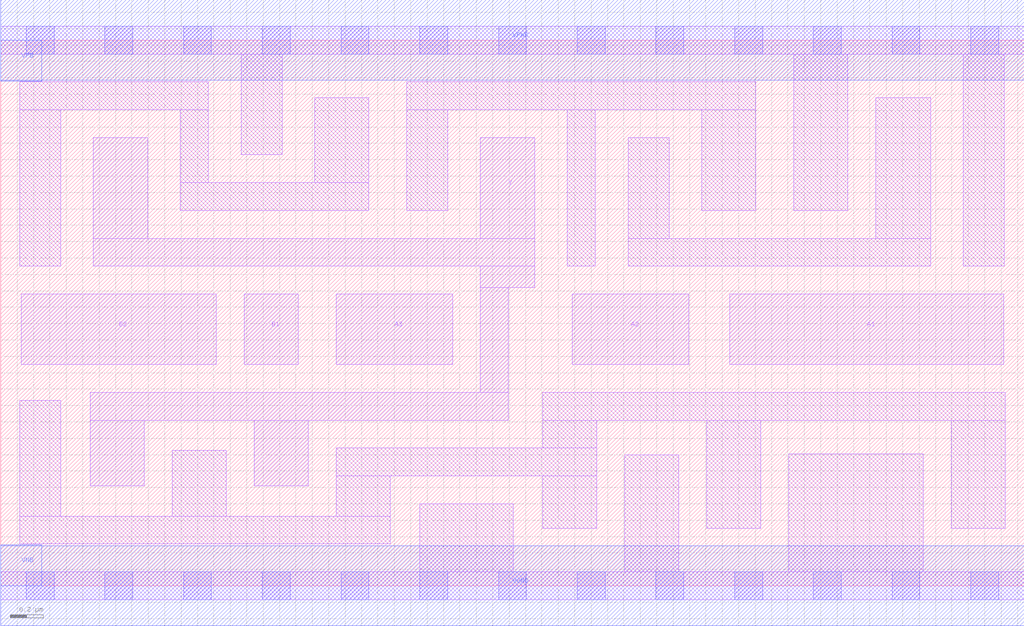
<source format=lef>
# Copyright 2020 The SkyWater PDK Authors
#
# Licensed under the Apache License, Version 2.0 (the "License");
# you may not use this file except in compliance with the License.
# You may obtain a copy of the License at
#
#     https://www.apache.org/licenses/LICENSE-2.0
#
# Unless required by applicable law or agreed to in writing, software
# distributed under the License is distributed on an "AS IS" BASIS,
# WITHOUT WARRANTIES OR CONDITIONS OF ANY KIND, either express or implied.
# See the License for the specific language governing permissions and
# limitations under the License.
#
# SPDX-License-Identifier: Apache-2.0

VERSION 5.5 ;
NAMESCASESENSITIVE ON ;
BUSBITCHARS "[]" ;
DIVIDERCHAR "/" ;
MACRO sky130_fd_sc_ms__o32ai_2
  CLASS CORE ;
  SOURCE USER ;
  ORIGIN  0.000000  0.000000 ;
  SIZE  6.240000 BY  3.330000 ;
  SYMMETRY X Y ;
  SITE unit ;
  PIN A1
    ANTENNAGATEAREA  0.558000 ;
    DIRECTION INPUT ;
    USE SIGNAL ;
    PORT
      LAYER li1 ;
        RECT 4.445000 1.350000 6.115000 1.780000 ;
    END
  END A1
  PIN A2
    ANTENNAGATEAREA  0.558000 ;
    DIRECTION INPUT ;
    USE SIGNAL ;
    PORT
      LAYER li1 ;
        RECT 3.485000 1.350000 4.195000 1.780000 ;
    END
  END A2
  PIN A3
    ANTENNAGATEAREA  0.558000 ;
    DIRECTION INPUT ;
    USE SIGNAL ;
    PORT
      LAYER li1 ;
        RECT 2.045000 1.350000 2.755000 1.780000 ;
    END
  END A3
  PIN B1
    ANTENNAGATEAREA  0.558000 ;
    DIRECTION INPUT ;
    USE SIGNAL ;
    PORT
      LAYER li1 ;
        RECT 1.485000 1.350000 1.815000 1.780000 ;
    END
  END B1
  PIN B2
    ANTENNAGATEAREA  0.558000 ;
    DIRECTION INPUT ;
    USE SIGNAL ;
    PORT
      LAYER li1 ;
        RECT 0.125000 1.350000 1.315000 1.780000 ;
    END
  END B2
  PIN Y
    ANTENNADIFFAREA  1.138200 ;
    DIRECTION OUTPUT ;
    USE SIGNAL ;
    PORT
      LAYER li1 ;
        RECT 0.545000 0.610000 0.875000 1.010000 ;
        RECT 0.545000 1.010000 3.095000 1.180000 ;
        RECT 0.565000 1.950000 3.255000 2.120000 ;
        RECT 0.565000 2.120000 0.895000 2.735000 ;
        RECT 1.545000 0.610000 1.875000 1.010000 ;
        RECT 2.925000 1.180000 3.095000 1.820000 ;
        RECT 2.925000 1.820000 3.255000 1.950000 ;
        RECT 2.925000 2.120000 3.255000 2.735000 ;
    END
  END Y
  PIN VGND
    DIRECTION INOUT ;
    USE GROUND ;
    PORT
      LAYER met1 ;
        RECT 0.000000 -0.245000 6.240000 0.245000 ;
    END
  END VGND
  PIN VNB
    DIRECTION INOUT ;
    USE GROUND ;
    PORT
      LAYER met1 ;
        RECT 0.000000 0.000000 0.250000 0.250000 ;
    END
  END VNB
  PIN VPB
    DIRECTION INOUT ;
    USE POWER ;
    PORT
      LAYER met1 ;
        RECT 0.000000 3.080000 0.250000 3.330000 ;
    END
  END VPB
  PIN VPWR
    DIRECTION INOUT ;
    USE POWER ;
    PORT
      LAYER met1 ;
        RECT 0.000000 3.085000 6.240000 3.575000 ;
    END
  END VPWR
  OBS
    LAYER li1 ;
      RECT 0.000000 -0.085000 6.240000 0.085000 ;
      RECT 0.000000  3.245000 6.240000 3.415000 ;
      RECT 0.115000  0.255000 2.375000 0.425000 ;
      RECT 0.115000  0.425000 0.365000 1.130000 ;
      RECT 0.115000  1.950000 0.365000 2.905000 ;
      RECT 0.115000  2.905000 1.265000 3.075000 ;
      RECT 1.045000  0.425000 1.375000 0.825000 ;
      RECT 1.095000  2.290000 2.245000 2.460000 ;
      RECT 1.095000  2.460000 1.265000 2.905000 ;
      RECT 1.465000  2.630000 1.715000 3.245000 ;
      RECT 1.915000  2.460000 2.245000 2.980000 ;
      RECT 2.045000  0.425000 2.375000 0.670000 ;
      RECT 2.045000  0.670000 3.635000 0.840000 ;
      RECT 2.475000  2.290000 2.725000 2.905000 ;
      RECT 2.475000  2.905000 4.605000 3.075000 ;
      RECT 2.555000  0.085000 3.125000 0.500000 ;
      RECT 3.305000  0.350000 3.635000 0.670000 ;
      RECT 3.305000  0.840000 3.635000 1.010000 ;
      RECT 3.305000  1.010000 6.125000 1.180000 ;
      RECT 3.455000  1.950000 3.625000 2.905000 ;
      RECT 3.805000  0.085000 4.135000 0.800000 ;
      RECT 3.825000  1.950000 5.670000 2.120000 ;
      RECT 3.825000  2.120000 4.075000 2.735000 ;
      RECT 4.275000  2.290000 4.605000 2.905000 ;
      RECT 4.305000  0.350000 4.635000 1.010000 ;
      RECT 4.805000  0.085000 5.625000 0.805000 ;
      RECT 4.835000  2.290000 5.165000 3.245000 ;
      RECT 5.335000  2.120000 5.670000 2.980000 ;
      RECT 5.795000  0.350000 6.125000 1.010000 ;
      RECT 5.870000  1.950000 6.120000 3.245000 ;
    LAYER mcon ;
      RECT 0.155000 -0.085000 0.325000 0.085000 ;
      RECT 0.155000  3.245000 0.325000 3.415000 ;
      RECT 0.635000 -0.085000 0.805000 0.085000 ;
      RECT 0.635000  3.245000 0.805000 3.415000 ;
      RECT 1.115000 -0.085000 1.285000 0.085000 ;
      RECT 1.115000  3.245000 1.285000 3.415000 ;
      RECT 1.595000 -0.085000 1.765000 0.085000 ;
      RECT 1.595000  3.245000 1.765000 3.415000 ;
      RECT 2.075000 -0.085000 2.245000 0.085000 ;
      RECT 2.075000  3.245000 2.245000 3.415000 ;
      RECT 2.555000 -0.085000 2.725000 0.085000 ;
      RECT 2.555000  3.245000 2.725000 3.415000 ;
      RECT 3.035000 -0.085000 3.205000 0.085000 ;
      RECT 3.035000  3.245000 3.205000 3.415000 ;
      RECT 3.515000 -0.085000 3.685000 0.085000 ;
      RECT 3.515000  3.245000 3.685000 3.415000 ;
      RECT 3.995000 -0.085000 4.165000 0.085000 ;
      RECT 3.995000  3.245000 4.165000 3.415000 ;
      RECT 4.475000 -0.085000 4.645000 0.085000 ;
      RECT 4.475000  3.245000 4.645000 3.415000 ;
      RECT 4.955000 -0.085000 5.125000 0.085000 ;
      RECT 4.955000  3.245000 5.125000 3.415000 ;
      RECT 5.435000 -0.085000 5.605000 0.085000 ;
      RECT 5.435000  3.245000 5.605000 3.415000 ;
      RECT 5.915000 -0.085000 6.085000 0.085000 ;
      RECT 5.915000  3.245000 6.085000 3.415000 ;
  END
END sky130_fd_sc_ms__o32ai_2

</source>
